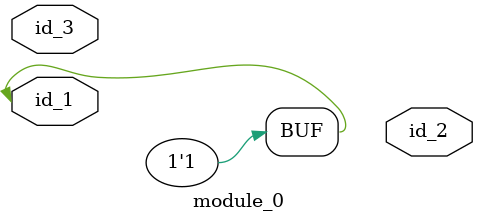
<source format=v>
module module_0 (
    id_1,
    id_2,
    id_3
);
  input id_3;
  output id_2;
  inout id_1;
  assign id_1 = 1;
endmodule

</source>
